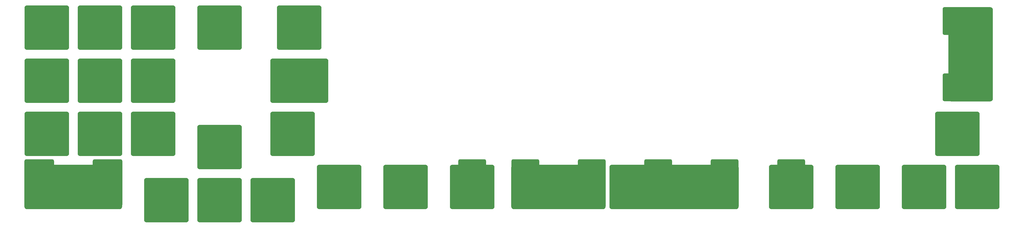
<source format=gbl>
%TF.GenerationSoftware,KiCad,Pcbnew,(5.99.0-10088-gf5741b875b)*%
%TF.CreationDate,2021-04-11T22:09:58-07:00*%
%TF.ProjectId,clarabelle_plate_iso_half,636c6172-6162-4656-9c6c-655f706c6174,rev?*%
%TF.SameCoordinates,Original*%
%TF.FileFunction,Copper,L2,Bot*%
%TF.FilePolarity,Positive*%
%FSLAX46Y46*%
G04 Gerber Fmt 4.6, Leading zero omitted, Abs format (unit mm)*
G04 Created by KiCad (PCBNEW (5.99.0-10088-gf5741b875b)) date 2021-04-11 22:09:58*
%MOMM*%
%LPD*%
G01*
G04 APERTURE LIST*
G04 Aperture macros list*
%AMRoundRect*
0 Rectangle with rounded corners*
0 $1 Rounding radius*
0 $2 $3 $4 $5 $6 $7 $8 $9 X,Y pos of 4 corners*
0 Add a 4 corners polygon primitive as box body*
4,1,4,$2,$3,$4,$5,$6,$7,$8,$9,$2,$3,0*
0 Add four circle primitives for the rounded corners*
1,1,$1+$1,$2,$3*
1,1,$1+$1,$4,$5*
1,1,$1+$1,$6,$7*
1,1,$1+$1,$8,$9*
0 Add four rect primitives between the rounded corners*
20,1,$1+$1,$2,$3,$4,$5,0*
20,1,$1+$1,$4,$5,$6,$7,0*
20,1,$1+$1,$6,$7,$8,$9,0*
20,1,$1+$1,$8,$9,$2,$3,0*%
G04 Aperture macros list end*
%TA.AperFunction,SMDPad,CuDef*%
%ADD10RoundRect,1.008000X6.992000X6.992000X-6.992000X6.992000X-6.992000X-6.992000X6.992000X-6.992000X0*%
%TD*%
%TA.AperFunction,SMDPad,CuDef*%
%ADD11RoundRect,0.666981X-4.626519X-7.833019X4.626519X-7.833019X4.626519X7.833019X-4.626519X7.833019X0*%
%TD*%
%TA.AperFunction,SMDPad,CuDef*%
%ADD12RoundRect,1.008000X-16.517000X-6.992000X16.517000X-6.992000X16.517000X6.992000X-16.517000X6.992000X0*%
%TD*%
%TA.AperFunction,SMDPad,CuDef*%
%ADD13RoundRect,0.630000X4.370000X7.870000X-4.370000X7.870000X-4.370000X-7.870000X4.370000X-7.870000X0*%
%TD*%
%TA.AperFunction,SMDPad,CuDef*%
%ADD14RoundRect,0.630000X-4.370000X-7.870000X4.370000X-7.870000X4.370000X7.870000X-4.370000X7.870000X0*%
%TD*%
%TA.AperFunction,SMDPad,CuDef*%
%ADD15RoundRect,1.008000X-15.898250X-6.992000X15.898250X-6.992000X15.898250X6.992000X-15.898250X6.992000X0*%
%TD*%
%TA.AperFunction,SMDPad,CuDef*%
%ADD16RoundRect,1.008000X6.992000X-15.898250X6.992000X15.898250X-6.992000X15.898250X-6.992000X-15.898250X0*%
%TD*%
%TA.AperFunction,SMDPad,CuDef*%
%ADD17RoundRect,0.630000X7.870000X-4.370000X7.870000X4.370000X-7.870000X4.370000X-7.870000X-4.370000X0*%
%TD*%
G04 APERTURE END LIST*
D10*
%TO.P,REF\u002A\u002A,1*%
%TO.N,N/C*%
X93512496Y-126350000D03*
%TD*%
D11*
%TO.P,REF\u002A\u002A,1*%
%TO.N,N/C*%
X77168996Y-162950000D03*
X52705996Y-162950000D03*
D12*
X64937496Y-164450000D03*
%TD*%
D10*
%TO.P,REF\u002A\u002A,1*%
%TO.N,N/C*%
X143518746Y-145400000D03*
%TD*%
%TO.P,REF\u002A\u002A,1*%
%TO.N,N/C*%
X381643746Y-145400000D03*
%TD*%
%TO.P,REF\u002A\u002A,1*%
%TO.N,N/C*%
X388787496Y-164450000D03*
%TD*%
%TO.P,REF\u002A\u002A,1*%
%TO.N,N/C*%
X117324996Y-150162500D03*
%TD*%
%TO.P,REF\u002A\u002A,1*%
%TO.N,N/C*%
X55412496Y-126350000D03*
%TD*%
%TO.P,REF\u002A\u002A,1*%
%TO.N,N/C*%
X93512496Y-145400000D03*
%TD*%
%TO.P,REF\u002A\u002A,1*%
%TO.N,N/C*%
X55412496Y-107300000D03*
%TD*%
%TO.P,REF\u002A\u002A,1*%
%TO.N,N/C*%
X207812496Y-164450000D03*
D13*
X322112496Y-162950000D03*
D10*
X264962496Y-164450000D03*
X322112496Y-164450000D03*
D13*
X207812496Y-162950000D03*
D14*
X226862496Y-162950000D03*
X298299996Y-162950000D03*
D15*
X238768746Y-164450000D03*
X286393746Y-164450000D03*
D14*
X250674996Y-162950000D03*
X274487496Y-162950000D03*
%TD*%
D10*
%TO.P,REF\u002A\u002A,1*%
%TO.N,N/C*%
X55412496Y-145400000D03*
%TD*%
%TO.P,REF\u002A\u002A,1*%
%TO.N,N/C*%
X117324996Y-169212500D03*
%TD*%
%TO.P,REF\u002A\u002A,1*%
%TO.N,N/C*%
X74462496Y-107300000D03*
%TD*%
%TO.P,REF\u002A\u002A,1*%
%TO.N,N/C*%
X345924996Y-164450000D03*
%TD*%
%TO.P,REF\u002A\u002A,1*%
%TO.N,N/C*%
X160187496Y-164450000D03*
%TD*%
D16*
%TO.P,REF\u002A\u002A,1*%
%TO.N,N/C*%
X386406246Y-116825000D03*
D17*
X384906246Y-104918750D03*
X384906246Y-128731250D03*
%TD*%
D10*
%TO.P,REF\u002A\u002A,1*%
%TO.N,N/C*%
X117324996Y-107300000D03*
%TD*%
%TO.P,REF\u002A\u002A,1*%
%TO.N,N/C*%
X93512496Y-107300000D03*
%TD*%
%TO.P,REF\u002A\u002A,1*%
%TO.N,N/C*%
X136374996Y-169212500D03*
%TD*%
%TO.P,REF\u002A\u002A,1*%
%TO.N,N/C*%
X369737496Y-164450000D03*
%TD*%
%TO.P,REF\u002A\u002A,1*%
%TO.N,N/C*%
X183999996Y-164450000D03*
%TD*%
%TO.P,REF\u002A\u002A,1*%
%TO.N,N/C*%
X145899996Y-107300000D03*
%TD*%
%TO.P,REF\u002A\u002A,1*%
%TO.N,N/C*%
X74462496Y-145400000D03*
%TD*%
%TO.P,REF\u002A\u002A,1*%
%TO.N,N/C*%
X143518746Y-126350000D03*
X148281246Y-126350000D03*
%TD*%
%TO.P,REF\u002A\u002A,1*%
%TO.N,N/C*%
X98274996Y-169212500D03*
%TD*%
%TO.P,REF\u002A\u002A,1*%
%TO.N,N/C*%
X74462496Y-126350000D03*
%TD*%
M02*

</source>
